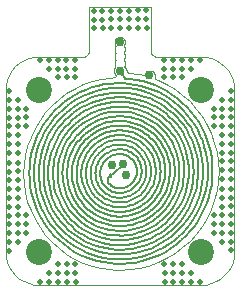
<source format=gbr>
G04 EAGLE Gerber RS-274X export*
G75*
%MOMM*%
%FSLAX34Y34*%
%LPD*%
%INCopper Layer 3*%
%IPPOS*%
%AMOC8*
5,1,8,0,0,1.08239X$1,22.5*%
G01*
%ADD10C,2.199994*%
%ADD11C,0.500000*%
%ADD12C,0.000000*%
%ADD13C,0.200000*%
%ADD14C,0.152400*%
%ADD15C,0.756400*%


D10*
X137128Y137128D03*
X137128Y0D03*
X0Y0D03*
X0Y137128D03*
D11*
X53858Y189187D03*
X46406Y189128D03*
X61310Y189247D03*
X61191Y204151D03*
X61251Y196699D03*
X46287Y204032D03*
X46346Y196580D03*
X53798Y196639D03*
X53739Y204092D03*
X68762Y189307D03*
X68702Y196759D03*
X76155Y196818D03*
X76214Y189366D03*
X76095Y204270D03*
X68643Y204211D03*
X83666Y189426D03*
X83607Y196878D03*
X91059Y196938D03*
X91118Y189486D03*
X90999Y204390D03*
X83547Y204330D03*
X113622Y162586D03*
X106172Y162586D03*
X106234Y155194D03*
X106295Y147801D03*
X113745Y147801D03*
X121195Y147801D03*
X113684Y155194D03*
X121072Y162586D03*
X121134Y155194D03*
X128584Y155194D03*
X128522Y162586D03*
X135972Y162586D03*
X15932Y147801D03*
X908Y162586D03*
X8420Y155194D03*
X23381Y147801D03*
X30832Y147801D03*
X23320Y155194D03*
X15870Y155194D03*
X15808Y162586D03*
X8358Y162586D03*
X23258Y162586D03*
X30708Y162586D03*
X30770Y155194D03*
X-10672Y15932D03*
X-25457Y908D03*
X-18065Y8420D03*
X-10672Y23381D03*
X-10672Y30832D03*
X-18065Y23320D03*
X-18065Y15870D03*
X-25457Y15808D03*
X-25457Y8358D03*
X-25457Y23258D03*
X-25457Y30708D03*
X-18065Y30770D03*
X-18065Y38220D03*
X-25457Y38158D03*
X-25457Y45608D03*
X-18065Y45670D03*
X-18065Y53120D03*
X-25457Y53058D03*
X-25457Y60508D03*
X-18065Y60570D03*
X-18065Y68020D03*
X-25457Y67958D03*
X-25457Y75408D03*
X-18065Y75470D03*
X-25457Y135972D03*
X-25457Y128522D03*
X-18065Y128584D03*
X-18065Y121134D03*
X-25457Y121072D03*
X-18065Y113684D03*
X-10672Y121195D03*
X-10672Y113745D03*
X-10672Y106295D03*
X-18065Y106234D03*
X-25457Y106172D03*
X-25457Y98722D03*
X-18065Y98784D03*
X-18065Y91334D03*
X-25457Y91272D03*
X-25457Y83822D03*
X-18065Y83884D03*
X-25457Y113622D03*
X147801Y121195D03*
X162586Y136219D03*
X155194Y128707D03*
X147801Y113745D03*
X147801Y106295D03*
X155194Y113807D03*
X155194Y121257D03*
X162586Y121319D03*
X162586Y128769D03*
X162586Y113869D03*
X162586Y106419D03*
X155194Y106357D03*
X155194Y98907D03*
X162586Y98969D03*
X162586Y91519D03*
X155194Y91457D03*
X155194Y84007D03*
X162586Y84069D03*
X162586Y76619D03*
X155194Y76557D03*
X155194Y69107D03*
X162586Y69169D03*
X162586Y61719D03*
X155194Y61657D03*
X162586Y1155D03*
X162586Y8605D03*
X155194Y8543D03*
X155194Y15993D03*
X162586Y16055D03*
X155194Y23443D03*
X147801Y15932D03*
X147801Y23381D03*
X147801Y30832D03*
X155194Y30893D03*
X162586Y30955D03*
X162586Y38405D03*
X155194Y38343D03*
X155194Y45793D03*
X162586Y45855D03*
X162586Y53305D03*
X155194Y53243D03*
X162586Y23505D03*
X23505Y-25457D03*
X30955Y-25457D03*
X30893Y-18065D03*
X30832Y-10672D03*
X23381Y-10672D03*
X15932Y-10672D03*
X23443Y-18065D03*
X16055Y-25457D03*
X15993Y-18065D03*
X8543Y-18065D03*
X8605Y-25457D03*
X1155Y-25457D03*
X106357Y-18065D03*
X106419Y-25457D03*
X113869Y-25457D03*
X128769Y-25457D03*
X121319Y-25457D03*
X121257Y-18065D03*
X113807Y-18065D03*
X106295Y-10672D03*
X113745Y-10672D03*
X128707Y-18065D03*
X136219Y-25457D03*
X121195Y-10672D03*
D12*
X95258Y167785D02*
X94944Y169365D01*
X95258Y167785D02*
X96153Y166445D01*
X97493Y165550D01*
X99073Y165236D01*
X137128Y165236D01*
X137269Y165264D01*
X141531Y164928D01*
X145826Y163897D01*
X149906Y162207D01*
X153672Y159899D01*
X157031Y157031D01*
X159899Y153672D01*
X162207Y149906D01*
X163897Y145826D01*
X164928Y141531D01*
X165264Y137269D01*
X165236Y137128D01*
X165236Y0D01*
X165264Y-140D01*
X164928Y-4402D01*
X163897Y-8697D01*
X162207Y-12778D01*
X159899Y-16543D01*
X157031Y-19902D01*
X153672Y-22770D01*
X149906Y-25078D01*
X145826Y-26768D01*
X141531Y-27800D01*
X137269Y-28135D01*
X137128Y-28107D01*
X0Y-28107D01*
X-140Y-28135D01*
X-4402Y-27800D01*
X-8697Y-26768D01*
X-12778Y-25078D01*
X-16543Y-22770D01*
X-19902Y-19902D01*
X-22770Y-16543D01*
X-25078Y-12778D01*
X-26768Y-8697D01*
X-27800Y-4402D01*
X-28135Y-140D01*
X-28107Y0D01*
X-28107Y137128D01*
X-28135Y137269D01*
X-27800Y141531D01*
X-26768Y145826D01*
X-25078Y149906D01*
X-22770Y153672D01*
X-19902Y157031D01*
X-16543Y159899D01*
X-12778Y162207D01*
X-8697Y163897D01*
X-4402Y164928D01*
X-140Y165264D01*
X0Y165236D01*
X38054Y165236D01*
X39634Y165550D01*
X40974Y166445D01*
X41869Y167785D01*
X42183Y169365D01*
X42183Y207250D01*
X94944Y207250D01*
X94944Y169365D01*
X69459Y181935D02*
X67668Y181935D01*
X66014Y181250D01*
X64748Y179984D01*
X64063Y178330D01*
X64063Y176540D01*
X64748Y174886D01*
X65200Y174435D01*
X64748Y173984D01*
X64063Y172331D01*
X64063Y170540D01*
X64748Y168886D01*
X65200Y168435D01*
X64748Y167984D01*
X64063Y166331D01*
X64063Y164540D01*
X64748Y162886D01*
X65200Y162435D01*
X64748Y161984D01*
X64063Y160330D01*
X64063Y158540D01*
X64748Y156886D01*
X151631Y76469D02*
X152034Y68275D01*
X148434Y92543D02*
X145670Y100268D01*
X142162Y107684D01*
X137945Y114721D01*
X133058Y121311D01*
X114879Y137786D02*
X107842Y142004D01*
X100426Y145512D01*
X94856Y153501D02*
X93066Y153501D01*
X88676Y149284D02*
X84743Y150269D01*
X76627Y151473D01*
X75692Y151519D01*
X72921Y156081D01*
X72276Y156784D01*
X72378Y156886D01*
X73063Y158540D01*
X73063Y160330D01*
X72378Y161984D01*
X71927Y162435D01*
X72378Y162886D01*
X73063Y164540D01*
X73063Y166331D01*
X72378Y167984D01*
X71927Y168435D01*
X72378Y168886D01*
X73063Y170540D01*
X73063Y172331D01*
X72378Y173984D01*
X71927Y174435D01*
X72378Y174886D01*
X73063Y176540D01*
X73063Y178330D01*
X72378Y179984D01*
X71112Y181250D01*
X69459Y181935D01*
X70943Y152613D02*
X70919Y152408D01*
X70913Y152201D01*
X70925Y151993D01*
X70956Y151783D02*
X71005Y151572D01*
X71073Y151359D01*
X71159Y151145D01*
X71263Y150930D01*
X71386Y150714D02*
X69676Y149676D01*
X69541Y149885D01*
X69398Y150076D01*
X69248Y150251D01*
X69091Y150409D01*
X68926Y150550D01*
X68754Y150674D01*
X68575Y150781D01*
X68389Y150871D01*
X68195Y150945D01*
X67994Y151001D01*
X70986Y152818D01*
X70943Y152613D01*
X61188Y63464D02*
X61356Y63374D01*
X61188Y63464D02*
X60890Y63601D01*
X60761Y63649D01*
X60644Y63683D01*
X60541Y63703D01*
X60452Y63709D01*
X60373Y63702D01*
X60309Y63680D01*
X60258Y63645D01*
X59663Y65709D01*
X59717Y65750D01*
X59774Y65803D01*
X59834Y65868D01*
X59896Y65946D01*
X60029Y66140D01*
X60099Y66256D01*
X60325Y66677D01*
X61356Y63374D01*
D13*
X62260Y65553D02*
X62563Y65563D01*
D14*
X72000Y74000D01*
D13*
X62260Y65553D02*
X61958Y65521D01*
X61659Y65468D01*
X61364Y65395D01*
X61075Y65301D01*
X58956Y63645D02*
X58795Y63388D01*
X58653Y63120D01*
X58529Y62842D01*
X58425Y62557D01*
X58342Y62265D01*
X58279Y61968D01*
X58236Y61667D01*
X58215Y61364D01*
X58212Y61212D01*
X65938Y5825D02*
X70301Y5803D01*
X74654Y6086D01*
X78977Y6671D01*
X83249Y7557D01*
X87448Y8738D01*
X91555Y10210D01*
X95549Y11964D01*
X99411Y13993D01*
X103122Y16286D01*
X106664Y18832D01*
X110020Y21619D01*
X113173Y24634D01*
X116108Y27861D01*
X118812Y31285D02*
X121269Y34890D01*
X128425Y50746D02*
X129501Y54974D01*
X130280Y59266D01*
X130758Y63602D01*
X130932Y67961D01*
X130802Y72322D01*
X130368Y76663D01*
X129632Y80963D01*
X128598Y85200D01*
X127271Y89356D01*
X125657Y93409D01*
X70181Y9802D02*
X66098Y9822D01*
X70181Y9802D02*
X74256Y10066D01*
X78302Y10614D01*
X82301Y11443D02*
X86231Y12549D01*
X90075Y13926D02*
X93814Y15568D01*
X97429Y17467D01*
X100902Y19613D01*
X104217Y21997D01*
X107359Y24606D01*
X110310Y27427D01*
X113057Y30448D01*
X115587Y33653D02*
X117888Y37027D01*
X119947Y40553D01*
X121755Y44214D01*
X123304Y47992D01*
X124585Y51869D01*
X125593Y55826D01*
X126322Y59843D01*
X126769Y63902D01*
X126932Y67982D01*
X126810Y72063D01*
X126404Y76126D01*
X125715Y80151D01*
X124747Y84118D01*
X76246Y-9833D02*
X70778Y-10188D01*
X76246Y-9833D02*
X81676Y-9098D01*
X87041Y-7986D01*
X92315Y-6502D01*
X97474Y-4654D01*
X102490Y-2450D01*
X107341Y96D01*
X112002Y2976D01*
X116451Y6175D01*
X120666Y9675D01*
X124626Y13462D01*
X128313Y17515D01*
X131708Y21816D01*
X134795Y26343D01*
X137558Y31074D01*
X139985Y35986D01*
X142063Y41056D01*
X143782Y46259D01*
X145135Y51569D01*
X146113Y56960D01*
X146713Y62406D01*
X146932Y67881D01*
X146768Y73357D01*
X146223Y78809D01*
X145299Y84210D01*
X144000Y89533D01*
X142333Y94753D01*
X140306Y99843D01*
X137929Y104780D01*
X135213Y109539D01*
X132172Y114096D01*
X128820Y118431D01*
X125175Y122521D01*
X121252Y126347D01*
X117073Y129890D01*
X112656Y133133D01*
X108024Y136060D01*
X103200Y138656D01*
X98205Y140910D01*
X93066Y142810D01*
X87807Y144347D01*
X82453Y145513D01*
X77031Y146303D01*
X72608Y146664D01*
X70659Y-6190D02*
X65459Y-6164D01*
X75848Y-5854D02*
X81002Y-5156D01*
X86093Y-4100D01*
X91099Y-2692D01*
X95994Y-938D01*
X100755Y1152D01*
X105359Y3570D01*
X109783Y6303D01*
X114005Y9339D01*
X118005Y12661D01*
X121764Y16254D01*
X125263Y20101D01*
X128485Y24183D01*
X140150Y88450D02*
X138568Y93404D01*
X136644Y98235D01*
X134388Y102920D01*
X131811Y107437D01*
X128925Y111762D01*
X89882Y1117D02*
X85145Y-214D01*
X89882Y1117D02*
X94515Y2777D01*
X99020Y4755D01*
X103377Y7044D01*
X118901Y19047D02*
X122212Y22688D01*
X125261Y26550D01*
X128033Y30615D01*
X130515Y34865D01*
X132694Y39277D01*
X134561Y43830D01*
X136105Y48502D01*
X137319Y53271D01*
X138198Y58112D01*
X138737Y63004D01*
X138934Y67921D01*
X138787Y72839D01*
X138297Y77736D01*
X137467Y82586D01*
X136300Y87367D01*
X134803Y92054D01*
X132983Y96626D01*
X130848Y101059D01*
X128409Y105333D01*
X125678Y109427D01*
X122668Y113320D01*
X119394Y116993D01*
X115871Y120429D01*
X112118Y123611D01*
X108151Y126524D01*
X103991Y129152D01*
X99658Y131484D01*
X95173Y133508D01*
X90557Y135215D01*
X85834Y136595D01*
X81026Y137642D01*
X76156Y138352D01*
X71249Y138719D01*
X71248Y138719D01*
X70420Y1805D02*
X65778Y1828D01*
X75052Y2105D02*
X79652Y2728D01*
X84196Y3671D01*
X88665Y4928D01*
X93034Y6493D01*
X97284Y8360D01*
X101393Y10518D01*
X105342Y12958D01*
X109111Y15667D01*
X112682Y18633D01*
X116037Y21841D01*
X119160Y25274D01*
X122036Y28918D01*
X124651Y32753D01*
X126992Y36761D01*
X129048Y40922D01*
X130808Y45217D01*
X132264Y49624D01*
X133410Y54122D01*
X134239Y58689D01*
X134747Y63303D01*
X134932Y67941D01*
X134794Y72581D01*
X134332Y77199D01*
X133549Y81774D01*
X132449Y86284D01*
X131037Y90705D01*
X129320Y95018D01*
X127306Y99199D02*
X125005Y103231D01*
X122429Y107092D01*
X119590Y110764D01*
X116501Y114229D01*
X113179Y117470D01*
X109638Y120471D01*
X105896Y123219D01*
X101973Y125698D01*
X97885Y127898D01*
X93654Y129807D01*
X89301Y131417D01*
X84845Y132718D01*
X80310Y133706D01*
X75717Y134375D01*
X71088Y134722D01*
X70061Y13800D02*
X66257Y13819D01*
X70061Y13800D02*
X73858Y14046D01*
X77627Y14557D01*
X81352Y15329D01*
X85014Y16359D01*
X88595Y17642D01*
X92078Y19172D01*
X95446Y20941D01*
X98682Y22941D01*
X101771Y25161D01*
X104697Y27592D01*
X107447Y30220D01*
X110006Y33034D01*
X112364Y36021D01*
X114507Y39164D01*
X116425Y42448D01*
X118110Y45859D01*
X119553Y49379D01*
X120746Y52991D01*
X121685Y56677D01*
X122365Y60420D01*
X122781Y64201D01*
X122933Y68002D01*
X122819Y71805D01*
X122441Y75590D01*
X121799Y79339D01*
X120897Y83035D01*
X119740Y86659D02*
X118333Y90193D01*
X116683Y93620D02*
X114797Y96924D01*
X112686Y100089D01*
X110359Y103098D01*
X107828Y105938D01*
X105104Y108594D01*
X102203Y111054D01*
X99136Y113305D01*
X95921Y115338D01*
X92571Y117140D01*
X89103Y118705D01*
X85536Y120024D01*
X81884Y121091D01*
X78167Y121900D01*
X74403Y122449D01*
X70609Y122731D01*
X69942Y17798D02*
X66417Y17815D01*
X69942Y17798D02*
X73460Y18026D01*
X76953Y18499D01*
X93463Y24414D02*
X96462Y26267D01*
X99324Y28325D01*
X106955Y35620D02*
X109139Y38387D01*
X111125Y41299D01*
X112903Y44343D01*
X114464Y47504D01*
X115801Y50765D01*
X116907Y54112D01*
X117777Y57528D01*
X118406Y60996D01*
X118792Y64499D01*
X118933Y68022D01*
X118828Y71545D01*
X118477Y75052D01*
X117882Y78527D01*
X113141Y91760D02*
X111394Y94821D01*
X109438Y97753D01*
X107281Y100542D01*
X104936Y103173D01*
X102413Y105634D01*
X99724Y107913D01*
X96883Y110000D01*
X93903Y111882D01*
X90799Y113553D01*
X87586Y115003D01*
X84280Y116225D01*
X80896Y117214D01*
X77452Y117964D01*
X73964Y118472D01*
X70450Y118735D01*
X69823Y21796D02*
X66577Y21812D01*
X69823Y21796D02*
X73062Y22006D01*
X76278Y22442D01*
X79456Y23101D01*
X103904Y38207D02*
X105915Y40755D01*
X107744Y43437D01*
X109381Y46239D01*
X110818Y49149D01*
X112049Y52152D01*
X113067Y55234D01*
X113868Y58379D01*
X114448Y61573D01*
X114803Y64799D01*
X114933Y68042D01*
X114836Y71286D01*
X114513Y74516D01*
X113965Y77715D01*
X107991Y92718D02*
X106189Y95418D01*
X104204Y97986D01*
X102044Y100409D01*
X99721Y102675D01*
X97245Y104774D01*
X94629Y106695D01*
X91885Y108429D01*
X89027Y109967D01*
X86069Y111302D01*
X83024Y112427D01*
X79909Y113337D01*
X76738Y114028D01*
X73526Y114496D01*
X70290Y114738D01*
X69703Y25794D02*
X66736Y25809D01*
X69703Y25794D02*
X72663Y25986D01*
X75603Y26385D01*
X78507Y26987D01*
X102690Y43122D02*
X104361Y45573D01*
X105858Y48134D01*
X107171Y50794D01*
X108296Y53539D01*
X109227Y56355D01*
X109960Y59230D01*
X110489Y62149D01*
X110814Y65097D01*
X110933Y68061D01*
X110844Y71027D01*
X110549Y73978D01*
X110049Y76902D01*
X109345Y79784D01*
X108443Y82610D01*
X92376Y103389D02*
X89868Y104974D01*
X87256Y106380D01*
X84552Y107600D01*
X81770Y108628D01*
X78922Y109461D01*
X76024Y110092D01*
X73089Y110519D01*
X70130Y110741D01*
X69584Y29793D02*
X66896Y29806D01*
X69584Y29793D02*
X72265Y29967D01*
X74928Y30327D01*
X77559Y30873D01*
X99466Y45490D02*
X100980Y47710D01*
X102335Y50030D01*
X103525Y52440D01*
X104545Y54926D01*
X105388Y57477D01*
X106051Y60082D01*
X106825Y65397D02*
X106932Y68082D01*
X106852Y70768D01*
X106585Y73442D01*
X106132Y76091D01*
X105495Y78701D01*
X104677Y81261D01*
X103683Y83758D01*
X102517Y86179D01*
X101185Y88513D02*
X99694Y90748D01*
X98050Y92874D01*
X96262Y94880D01*
X94338Y96756D01*
X92288Y98494D01*
X90122Y100084D01*
X87850Y101520D01*
X85484Y102793D01*
X69464Y33791D02*
X67056Y33803D01*
X69464Y33791D02*
X71867Y33947D01*
X96242Y47857D02*
X97598Y49847D01*
X99879Y54085D02*
X100793Y56313D01*
X101548Y58600D01*
X102143Y60933D01*
X102573Y63303D01*
X102836Y65696D01*
X102932Y68102D01*
X102860Y70509D01*
X102621Y72905D01*
X102214Y75279D01*
X101644Y77618D01*
X100911Y79912D01*
X100020Y82149D01*
X98975Y84319D01*
X97782Y86410D02*
X96445Y88413D01*
X94972Y90318D02*
X93370Y92116D01*
X91647Y93797D01*
X89810Y95354D01*
X87869Y96780D01*
X85833Y98066D01*
X83712Y99207D01*
X76948Y101708D02*
X74594Y102220D01*
X72212Y102567D01*
X71470Y37927D02*
X69345Y37789D01*
X71470Y37927D02*
X73579Y38212D01*
X75664Y38644D01*
X77713Y39221D01*
X79717Y39939D01*
X81667Y40795D01*
X83551Y41785D01*
X85362Y42904D01*
X87091Y44146D01*
X88729Y45507D01*
X90268Y46978D01*
X91700Y48553D01*
X93019Y50224D01*
X94218Y51983D01*
X95292Y53821D01*
X93200Y86079D02*
X91897Y87763D01*
X90481Y89352D01*
X88957Y90839D01*
X87333Y92215D01*
X85617Y93475D01*
X69225Y41787D02*
X67375Y41796D01*
X69225Y41787D02*
X71071Y41907D01*
X72904Y42155D01*
X74715Y42531D01*
X76495Y43031D01*
X78237Y43655D01*
X79930Y44399D01*
X81568Y45259D01*
X83141Y46232D01*
X84643Y47311D01*
X86066Y48493D01*
X87403Y49771D01*
X88648Y51140D01*
X89794Y52591D01*
X90836Y54120D01*
X91769Y55717D02*
X92588Y57375D01*
X93289Y59087D01*
X93870Y60843D01*
X94694Y71831D02*
X94382Y73655D01*
X93943Y75452D01*
X90977Y82205D02*
X89951Y83744D01*
X88819Y85207D01*
X87588Y86588D01*
X86264Y87879D01*
X84853Y89076D02*
X83362Y90170D01*
X81799Y91158D01*
X80170Y92035D01*
X78484Y92796D01*
X76749Y93437D01*
X74973Y93956D01*
X73166Y94349D01*
X71336Y94616D01*
X69491Y94754D01*
X69106Y45786D02*
X67535Y45793D01*
X69106Y45786D02*
X70673Y45887D01*
X72229Y46098D01*
X73767Y46417D01*
X75279Y46842D01*
X76757Y47372D01*
X78195Y48003D01*
X79586Y48734D01*
X80921Y49559D01*
X82197Y50476D02*
X83405Y51479D01*
X84540Y52565D01*
X85596Y53726D01*
X86570Y54959D01*
X87454Y56257D01*
X88246Y57613D01*
X88942Y59021D01*
X89538Y60474D01*
X90030Y61965D01*
X90418Y63487D01*
X90698Y65032D01*
X90870Y66593D01*
X90933Y68162D01*
X90886Y69732D01*
X90730Y71295D01*
X90465Y72843D01*
X90093Y74369D01*
X89615Y75865D01*
X89034Y77324D01*
X88352Y78739D01*
X86702Y81409D02*
X85742Y82651D01*
X84697Y83824D01*
X83572Y84920D01*
X78398Y88448D02*
X76967Y89094D01*
X75493Y89639D01*
X73986Y90079D01*
X72451Y90414D01*
X70898Y90640D01*
X70275Y49867D02*
X68987Y49784D01*
X70275Y49867D02*
X71555Y50041D01*
X72819Y50303D01*
X74062Y50652D01*
X75278Y51088D01*
X76460Y51607D01*
X77603Y52208D01*
X78702Y52886D01*
X79750Y53640D01*
X80744Y54465D01*
X81677Y55357D01*
X82546Y56313D01*
X83346Y57326D01*
X84073Y58393D01*
X84725Y59508D01*
X85297Y60666D01*
X85786Y61860D01*
X86192Y63086D01*
X86510Y64338D01*
X86741Y65608D01*
X86882Y66892D01*
X86934Y68182D01*
X86895Y69473D01*
X86767Y70758D01*
X86549Y72030D01*
X86243Y73285D01*
X85850Y74515D01*
X85372Y75714D01*
X84812Y76878D01*
X84172Y77999D01*
X83456Y79074D02*
X82666Y80095D01*
X81807Y81059D01*
X80882Y81961D01*
X79897Y82796D01*
X78857Y83560D01*
X77765Y84250D01*
X76628Y84862D01*
X75451Y85393D01*
X74240Y85841D01*
X73000Y86203D01*
X71739Y86478D01*
X70461Y86664D01*
X69173Y86760D01*
X69172Y86760D01*
X68867Y53781D02*
X67854Y53786D01*
X68867Y53781D02*
X69876Y53847D01*
X70879Y53983D01*
X71870Y54188D01*
X72844Y54462D01*
X73797Y54803D01*
X74724Y55210D01*
X75620Y55681D01*
X76481Y56213D01*
X77303Y56804D01*
X78081Y57450D01*
X78813Y58150D01*
X79494Y58898D01*
X80121Y59693D01*
X80691Y60529D01*
X81201Y61403D01*
X81650Y62310D01*
X82033Y63247D01*
X82351Y64208D01*
X82601Y65188D01*
X82781Y66184D01*
X82892Y67190D01*
X82933Y68201D01*
X82903Y69213D01*
X82802Y70220D01*
X82631Y71218D01*
X82391Y72201D01*
X82083Y73165D01*
X81709Y74105D01*
X81270Y75017D01*
X80768Y75896D02*
X80207Y76738D01*
X79588Y77538D01*
X78914Y78294D01*
X78190Y79001D01*
X77418Y79655D01*
X76602Y80254D01*
X75746Y80795D01*
X74855Y81274D01*
X73933Y81691D01*
X72983Y82042D01*
X72012Y82325D01*
X71023Y82541D01*
X70022Y82687D01*
X69012Y82762D01*
X69012Y82763D01*
X68867Y53781D02*
X67854Y53786D01*
X68867Y53781D02*
X69876Y53847D01*
X70879Y53983D01*
X71870Y54188D01*
X72844Y54462D01*
X73797Y54803D01*
X74724Y55210D01*
X75620Y55681D01*
X76481Y56213D01*
X77303Y56804D01*
X78081Y57450D01*
X78813Y58150D01*
X79494Y58898D01*
X80121Y59693D01*
X82033Y63247D02*
X82351Y64208D01*
X82601Y65188D01*
X82781Y66184D01*
X82892Y67190D01*
X82933Y68201D01*
X82903Y69213D01*
X82802Y70220D01*
X82631Y71218D01*
X82391Y72201D01*
X82083Y73165D01*
X81709Y74105D01*
X81270Y75017D01*
X80768Y75896D02*
X80207Y76738D01*
X79588Y77538D01*
X78914Y78294D01*
X78190Y79001D01*
X77418Y79655D01*
X76602Y80254D01*
X75746Y80795D01*
X74855Y81274D01*
X73933Y81691D01*
X72983Y82042D02*
X72012Y82325D01*
X71023Y82541D01*
X70022Y82687D01*
X69012Y82762D01*
X69012Y82763D01*
X68867Y53781D02*
X67854Y53786D01*
X68867Y53781D02*
X69876Y53847D01*
X70879Y53983D01*
X71870Y54188D01*
X72844Y54462D01*
X73797Y54803D01*
X74724Y55210D01*
X75620Y55681D01*
X76481Y56213D01*
X77303Y56804D01*
X78081Y57450D01*
X78813Y58150D01*
X79494Y58898D01*
X80121Y59693D01*
X80691Y60529D01*
X81201Y61403D01*
X81650Y62310D01*
X82601Y65188D02*
X82781Y66184D01*
X82892Y67190D01*
X82933Y68201D01*
X82903Y69213D01*
X82802Y70220D01*
X82631Y71218D01*
X82391Y72201D01*
X82083Y73165D01*
X81709Y74105D01*
X81270Y75017D02*
X80768Y75896D01*
X80207Y76738D01*
X79588Y77538D01*
X78914Y78294D01*
X78190Y79001D01*
X77418Y79655D01*
X76602Y80254D01*
X75746Y80795D01*
X74855Y81274D01*
X73933Y81691D01*
X72983Y82042D01*
X72012Y82325D01*
X71023Y82541D01*
X70022Y82687D01*
X69012Y82762D01*
X69012Y82763D01*
X67861Y82769D01*
X66711Y82695D01*
X65570Y82540D01*
X64442Y82306D01*
X63334Y81995D01*
X62250Y81606D01*
X61195Y81143D01*
X60175Y80607D01*
X59196Y80002D01*
X58260Y79330D01*
X57375Y78594D01*
X56542Y77798D01*
X55767Y76946D01*
X55053Y76042D01*
X54405Y75091D02*
X53824Y74096D01*
X53314Y73064D01*
X52877Y71998D01*
X52516Y70904D01*
X52026Y68655D02*
X51899Y67510D01*
X51853Y66360D01*
X51888Y65208D01*
X52002Y64062D01*
X52197Y62927D01*
X52470Y61808D01*
X52820Y60711D01*
X53246Y59641D02*
X53746Y58604D01*
X54317Y57603D01*
X54956Y56645D01*
X55660Y55734D02*
X56427Y54874D01*
X57251Y54070D01*
X59058Y52644D02*
X60031Y52029D01*
X61046Y51483D01*
X62095Y51009D01*
X63175Y50610D01*
X64281Y50287D01*
X65406Y50042D01*
X66546Y49875D01*
X67694Y49789D01*
X67695Y49790D01*
X67742Y86767D02*
X69172Y86760D01*
X67742Y86767D02*
X66314Y86675D01*
X64896Y86483D01*
X63494Y86192D01*
X62117Y85805D01*
X60770Y85322D01*
X59460Y84747D01*
X58193Y84081D01*
X56976Y83329D01*
X55814Y82494D01*
X54713Y81579D01*
X53679Y80591D01*
X52716Y79532D01*
X51830Y78409D01*
X51024Y77227D01*
X50302Y75991D01*
X49668Y74708D01*
X49126Y73384D01*
X48677Y72026D01*
X48324Y70639D01*
X48068Y69231D01*
X47912Y67809D01*
X47854Y66379D01*
X47897Y64949D01*
X48040Y63525D01*
X48281Y62114D02*
X48620Y60725D01*
X49056Y59361D01*
X49585Y58032D02*
X50206Y56743D01*
X50915Y55500D01*
X51709Y54310D02*
X52584Y53178D01*
X53537Y52110D01*
X54561Y51110D01*
X58015Y48574D02*
X59275Y47896D01*
X60580Y47308D01*
X61922Y46811D01*
X63295Y46410D01*
X64694Y46106D01*
X66109Y45899D01*
X67535Y45793D01*
X67622Y90766D02*
X69332Y90757D01*
X67622Y90766D02*
X65916Y90655D01*
X64221Y90426D01*
X62546Y90079D01*
X60900Y89616D01*
X59290Y89039D01*
X57725Y88351D01*
X56211Y87556D01*
X54756Y86657D01*
X53367Y85658D01*
X52052Y84566D01*
X50816Y83384D01*
X49665Y82119D01*
X48606Y80777D01*
X47642Y79364D01*
X46780Y77887D01*
X46022Y76354D01*
X45374Y74772D01*
X44837Y73148D01*
X44415Y71491D01*
X44110Y69808D01*
X43922Y68108D01*
X43854Y66399D01*
X44075Y62988D02*
X44364Y61303D01*
X44769Y59641D01*
X45290Y58012D01*
X45922Y56424D01*
X46664Y54883D02*
X47512Y53398D01*
X48461Y51975D01*
X49507Y50622D01*
X50645Y49346D01*
X55998Y45120D02*
X57504Y44310D01*
X59062Y43606D01*
X60666Y43013D01*
X62308Y42534D01*
X63979Y42170D01*
X65671Y41923D01*
X67375Y41796D01*
X67502Y94764D02*
X69491Y94754D01*
X67502Y94764D02*
X65517Y94636D01*
X63546Y94369D01*
X61598Y93965D01*
X46614Y84706D02*
X45381Y83145D01*
X44261Y81501D01*
X43257Y79784D01*
X42376Y78000D01*
X41622Y76160D01*
X40998Y74271D01*
X40507Y72343D01*
X40151Y70386D01*
X39933Y68409D01*
X39854Y66421D01*
X39913Y64432D01*
X40111Y62453D01*
X40447Y60492D01*
X40918Y58560D01*
X41524Y56665D01*
X42260Y54817D01*
X43123Y53024D01*
X44109Y51297D02*
X45213Y49642D01*
X46429Y48068D01*
X47753Y46583D01*
X49177Y45194D01*
X50694Y43908D01*
X52298Y42731D01*
X53979Y41668D01*
X55731Y40725D01*
X57544Y39907D01*
X59410Y39217D01*
X61319Y38659D01*
X63263Y38236D01*
X65232Y37949D01*
X67215Y37800D01*
X67216Y37799D01*
X67383Y98763D02*
X69651Y98751D01*
X67383Y98763D02*
X65119Y98616D01*
X60650Y97851D02*
X58466Y97237D01*
X56331Y96472D01*
X54254Y95560D01*
X52246Y94505D01*
X50316Y93312D01*
X48474Y91988D01*
X46729Y90539D01*
X45089Y88971D01*
X43563Y87293D01*
X42157Y85513D01*
X40879Y83638D01*
X39735Y81680D01*
X38730Y79646D01*
X37870Y77547D01*
X37158Y75393D01*
X36598Y73195D01*
X36193Y70963D01*
X35945Y68708D01*
X35854Y66441D01*
X35922Y64174D01*
X36147Y61917D01*
X36530Y59681D01*
X37068Y57477D01*
X37758Y55316D01*
X38597Y53208D01*
X39581Y51164D01*
X40705Y49194D02*
X41964Y47307D01*
X43352Y45513D01*
X44861Y43819D01*
X46485Y42235D01*
X48216Y40768D01*
X50044Y39426D01*
X51962Y38214D01*
X53959Y37139D01*
X56027Y36206D01*
X58155Y35419D01*
X60332Y34783D01*
X62549Y34300D01*
X64793Y33973D01*
X67056Y33803D01*
X67264Y102760D02*
X69811Y102747D01*
X67264Y102760D02*
X64721Y102595D01*
X62197Y102253D01*
X59702Y101736D01*
X57250Y101046D01*
X54851Y100187D01*
X52519Y99162D01*
X50263Y97978D01*
X48096Y96638D01*
X46027Y95151D01*
X44067Y93524D01*
X42226Y91763D01*
X40512Y89878D01*
X38933Y87879D01*
X37498Y85774D01*
X36213Y83574D01*
X35085Y81290D01*
X34119Y78932D01*
X33319Y76513D01*
X32691Y74044D01*
X32235Y71538D01*
X31957Y69005D01*
X31855Y66460D01*
X31931Y63913D01*
X32184Y61378D01*
X32614Y58867D01*
X33218Y56392D01*
X33993Y53965D01*
X34936Y51598D01*
X40276Y42955D02*
X41971Y41054D01*
X43795Y39275D01*
X45739Y37627D01*
X47792Y36119D01*
X49946Y34758D01*
X52189Y33551D01*
X54511Y32503D01*
X56901Y31620D01*
X59346Y30905D01*
X61836Y30363D01*
X64357Y29996D01*
X66896Y29806D01*
X67144Y106758D02*
X69970Y106744D01*
X67144Y106758D02*
X64322Y106576D01*
X61521Y106196D01*
X58753Y105622D01*
X56032Y104857D01*
X53371Y103904D01*
X50782Y102767D01*
X48280Y101452D01*
X45875Y99966D01*
X43580Y98316D01*
X41405Y96510D01*
X39362Y94556D01*
X37460Y92465D01*
X35708Y90246D01*
X34116Y87911D01*
X32690Y85470D01*
X31438Y82935D01*
X30366Y80320D01*
X29479Y77635D01*
X28781Y74896D01*
X28276Y72115D01*
X27966Y69305D01*
X27854Y66480D01*
X27938Y63654D01*
X28219Y60842D01*
X28696Y58055D01*
X29366Y55309D01*
X30226Y52616D01*
X31272Y49990D01*
X32499Y47443D02*
X33900Y44987D01*
X35469Y42636D01*
X37198Y40400D01*
X39079Y38289D01*
X41102Y36315D01*
X43259Y34488D01*
X45537Y32815D01*
X47927Y31304D01*
X50416Y29965D01*
X52993Y28802D01*
X55645Y27822D01*
X58358Y27029D01*
X61120Y26427D01*
X63917Y26020D01*
X66736Y25809D01*
X67024Y110757D02*
X70130Y110741D01*
X67024Y110757D02*
X63925Y110556D01*
X60847Y110139D01*
X57805Y109509D01*
X54815Y108668D01*
X51891Y107620D01*
X49047Y106371D01*
X46298Y104926D01*
X43655Y103294D01*
X41133Y101481D01*
X38744Y99496D01*
X36499Y97350D01*
X34409Y95052D01*
X32484Y92614D01*
X30734Y90048D01*
X29168Y87366D01*
X27792Y84581D01*
X26614Y81707D01*
X25639Y78758D01*
X24872Y75748D01*
X24318Y72692D01*
X23977Y69604D01*
X23853Y66501D01*
X23946Y63396D01*
X24255Y60305D01*
X24779Y57243D01*
X25516Y54226D01*
X26460Y51267D01*
X27610Y48381D01*
X28957Y45583D02*
X30497Y42885D01*
X32220Y40301D01*
X34120Y37844D01*
X36187Y35525D01*
X38411Y33357D01*
X40780Y31348D01*
X43284Y29509D01*
X45909Y27850D01*
X48645Y26378D01*
X51476Y25101D01*
X54389Y24024D01*
X57370Y23153D01*
X60405Y22491D01*
X63479Y22044D01*
X66576Y21811D01*
X66577Y21812D01*
X66905Y114755D02*
X70290Y114738D01*
X66905Y114755D02*
X63527Y114536D01*
X60172Y114082D01*
X56858Y113395D01*
X53599Y112478D01*
X50412Y111336D01*
X47313Y109975D01*
X44316Y108401D01*
X41436Y106621D01*
X38687Y104645D01*
X36083Y102482D01*
X33636Y100143D01*
X31359Y97639D01*
X29261Y94982D01*
X27354Y92184D01*
X25647Y89261D01*
X24147Y86226D01*
X22864Y83094D01*
X21801Y79880D01*
X20966Y76599D01*
X20361Y73268D01*
X19991Y69903D01*
X19855Y66521D01*
X19957Y63137D01*
X20293Y59769D01*
X20865Y56432D01*
X21667Y53143D01*
X22697Y49919D01*
X23949Y46774D02*
X25418Y43724D01*
X27096Y40783D01*
X28975Y37967D01*
X31045Y35289D01*
X33298Y32762D01*
X35721Y30398D01*
X38303Y28210D01*
X41032Y26206D01*
X43894Y24398D01*
X46875Y22793D01*
X49961Y21401D01*
X53136Y20227D01*
X56385Y19278D01*
X59693Y18558D01*
X63043Y18070D01*
X66417Y17815D01*
X66786Y118754D02*
X70450Y118735D01*
X66786Y118754D02*
X63129Y118517D01*
X59498Y118025D01*
X55910Y117281D01*
X52382Y116289D01*
X48933Y115053D01*
X45578Y113579D01*
X42333Y111875D01*
X39216Y109949D01*
X36241Y107810D01*
X33422Y105468D01*
X30773Y102936D01*
X28307Y100225D01*
X26037Y97349D01*
X23973Y94322D01*
X22124Y91157D01*
X20501Y87872D01*
X19111Y84481D01*
X17962Y81002D01*
X17057Y77451D01*
X16403Y73845D01*
X16002Y70203D01*
X15855Y66541D01*
X15965Y62878D01*
X16329Y59232D01*
X16948Y55620D01*
X17816Y52060D01*
X18931Y48570D01*
X20287Y45165D02*
X21877Y41864D01*
X23693Y38681D01*
X25726Y35633D01*
X27968Y32734D01*
X30406Y29998D01*
X33029Y27439D01*
X35825Y25070D01*
X38778Y22901D01*
X41876Y20944D01*
X45103Y19207D01*
X48443Y17700D01*
X51880Y16429D01*
X55398Y15402D01*
X58978Y14622D01*
X62604Y14093D01*
X66257Y13819D01*
X66666Y122751D02*
X70609Y122731D01*
X66666Y122751D02*
X62730Y122496D01*
X58822Y121967D01*
X54961Y121166D01*
X51164Y120098D01*
X47452Y118768D01*
X43841Y117182D01*
X40350Y115349D01*
X36995Y113275D01*
X33793Y110974D01*
X30759Y108454D01*
X27909Y105729D01*
X25255Y102811D01*
X22811Y99716D01*
X20590Y96458D01*
X18601Y93052D01*
X16854Y89516D01*
X15359Y85868D01*
X14121Y82123D01*
X13148Y78301D01*
X12443Y74421D01*
X12011Y70501D01*
X11854Y66561D01*
X11972Y62619D01*
X12364Y58695D01*
X13029Y54808D01*
X13964Y50976D01*
X15164Y47220D01*
X16623Y43556D02*
X18334Y40003D01*
X20289Y36578D01*
X22477Y33297D01*
X24889Y30177D01*
X27514Y27233D01*
X30336Y24480D01*
X33345Y21929D01*
X36524Y19595D01*
X39857Y17489D01*
X43330Y15620D01*
X46925Y13998D01*
X50624Y12630D01*
X54409Y11524D01*
X58262Y10685D01*
X62165Y10116D01*
X66097Y9821D01*
X66098Y9822D01*
X66546Y126750D02*
X70769Y126728D01*
X66546Y126750D02*
X62333Y126476D01*
X58148Y125909D01*
X54013Y125052D01*
X49948Y123909D01*
X45972Y122484D01*
X42106Y120786D01*
X38368Y118822D01*
X34775Y116603D01*
X31347Y114138D01*
X28098Y111439D01*
X25046Y108521D01*
X22204Y105397D01*
X19588Y102083D01*
X17209Y98594D01*
X15079Y94947D01*
X13209Y91161D01*
X11607Y87254D01*
X10282Y83244D01*
X9240Y79152D01*
X8486Y74997D01*
X8023Y70800D01*
X7855Y66580D01*
X7981Y62359D01*
X8401Y58157D01*
X9114Y53995D01*
X10115Y49892D01*
X11400Y45870D02*
X12962Y41947D01*
X14794Y38142D01*
X16887Y34474D01*
X19231Y30961D01*
X21814Y27621D01*
X24624Y24468D01*
X27647Y21520D01*
X30868Y18789D01*
X34272Y16290D01*
X37841Y14034D01*
X41560Y12033D01*
X45409Y10296D01*
X49370Y8832D01*
X53424Y7647D01*
X57550Y6749D01*
X61728Y6140D01*
X65938Y5825D01*
X66427Y130748D02*
X70929Y130725D01*
X66427Y130748D02*
X61935Y130456D01*
X57473Y129852D01*
X53065Y128939D01*
X48731Y127719D01*
X44493Y126201D01*
X40371Y124390D01*
X36385Y122297D01*
X32555Y119930D01*
X28900Y117302D01*
X25437Y114426D01*
X22182Y111315D01*
X19153Y107984D01*
X16364Y104451D01*
X13828Y100731D01*
X11557Y96843D01*
X9563Y92807D01*
X7855Y88641D01*
X6443Y84367D01*
X5332Y80004D01*
X4528Y75574D01*
X4035Y71099D01*
X3855Y66601D01*
X3989Y62100D01*
X4437Y57621D01*
X5197Y53183D01*
X6264Y48809D01*
X7634Y44521D02*
X9299Y40338D01*
X11252Y36282D01*
X13484Y32372D01*
X15982Y28627D01*
X18736Y25065D01*
X21732Y21704D01*
X24955Y18561D01*
X28389Y15650D01*
X32018Y12985D01*
X35824Y10580D01*
X39788Y8447D01*
X43892Y6595D01*
X48114Y5034D01*
X52436Y3771D01*
X56835Y2813D01*
X61290Y2164D01*
X65778Y1828D01*
X66307Y134747D02*
X71088Y134722D01*
X66307Y134747D02*
X61536Y134437D01*
X56798Y133795D01*
X52116Y132825D01*
X47514Y131530D01*
X43013Y129917D01*
X38635Y127995D01*
X34403Y125771D01*
X30335Y123258D01*
X26453Y120467D01*
X19319Y114108D02*
X16102Y110572D01*
X13139Y106819D01*
X10446Y102868D01*
X8034Y98740D01*
X5917Y94453D01*
X4103Y90029D01*
X2603Y85490D01*
X1423Y80856D01*
X569Y76152D01*
X45Y71399D01*
X-144Y66622D01*
X38016Y4862D02*
X42374Y2896D01*
X65618Y-2166D02*
X65619Y-2167D01*
X61138Y138417D02*
X66188Y138745D01*
X61138Y138417D02*
X56124Y137738D01*
X51169Y136711D01*
X28115Y126586D02*
X24006Y123632D01*
X20114Y120399D01*
X16456Y116902D01*
X13051Y113159D01*
X9915Y109186D01*
X7064Y105006D01*
X4512Y100636D01*
X2271Y96099D01*
X-2636Y51561D02*
X-1436Y46645D01*
X102Y41824D01*
X1974Y37123D01*
X4169Y32564D01*
X6677Y28168D01*
X9486Y23959D01*
X12581Y19956D01*
X40856Y-804D02*
X45603Y-2559D01*
X60412Y-5785D02*
X65458Y-6163D01*
X50221Y140597D02*
X55449Y141681D01*
X50221Y140597D02*
X45080Y139151D01*
X40054Y137350D01*
X35165Y135203D01*
X30438Y132720D01*
X25895Y129913D01*
X21560Y126796D01*
X17452Y123385D01*
X13593Y119695D01*
X-1373Y97744D02*
X-3399Y92803D01*
X-5074Y87733D01*
X-6392Y82558D01*
X-7345Y77305D01*
X-7930Y71997D01*
X-8144Y66662D01*
X-7984Y61324D01*
X-7452Y56012D01*
X-6552Y50748D01*
X-5286Y45561D02*
X-3661Y40474D01*
X-1686Y35514D01*
X629Y30703D01*
X3276Y26065D01*
X6239Y21624D01*
X9506Y17399D01*
X13058Y13413D01*
X16881Y9685D01*
X20954Y6232D01*
X25258Y3072D01*
X29772Y219D01*
X34474Y-2310D01*
X39341Y-4506D01*
X44349Y-6357D01*
X49475Y-7855D01*
X54692Y-8991D01*
X59976Y-9761D01*
X65299Y-10160D01*
X58212Y58969D02*
X58212Y61212D01*
X72613Y146765D02*
X68563Y153435D01*
D12*
X64745Y156718D02*
X64748Y156886D01*
X64745Y156718D02*
X64451Y156449D01*
X63611Y154646D01*
X63525Y152659D01*
X64206Y150790D01*
X65400Y148822D01*
X64805Y147701D01*
X60355Y147482D01*
X52434Y146307D01*
X44667Y144361D01*
X37127Y141664D01*
X29888Y138240D01*
X23020Y134123D01*
X16588Y129353D01*
X10655Y123975D01*
X5277Y118042D01*
X508Y111610D01*
X-3608Y104742D01*
X-7032Y97503D01*
X-9729Y89963D01*
X-11675Y82196D01*
X-12850Y74275D01*
X-13243Y66277D01*
X-12850Y58279D01*
X-11675Y50358D01*
X-9729Y42590D01*
X-7032Y35050D01*
X-3608Y27811D01*
X508Y20943D01*
X5277Y14511D01*
X10655Y8578D01*
X16588Y3200D01*
X23020Y-1568D01*
X29888Y-5685D01*
X37127Y-9108D01*
X44667Y-11806D01*
X52434Y-13752D01*
X60355Y-14927D01*
X64707Y-15141D01*
X65097Y-15218D01*
X65299Y-15258D01*
X65657Y-15187D01*
X68433Y-15324D01*
X76627Y-14921D01*
X84743Y-13717D01*
X92701Y-11724D01*
X100426Y-8960D01*
X107842Y-5452D01*
X114879Y-1234D01*
X121469Y3651D01*
X127548Y9160D01*
X133058Y15240D01*
X137945Y21829D01*
X142162Y28866D01*
X145670Y36282D01*
X148434Y44007D01*
X150428Y51965D01*
X151631Y60081D01*
X152034Y68275D01*
X151631Y76469D02*
X150428Y84585D01*
X148434Y92543D01*
X133058Y121311D02*
X127548Y127390D01*
X121469Y132899D01*
X114879Y137786D01*
X100426Y145512D02*
X98646Y146149D01*
X98131Y147310D01*
X98461Y148106D01*
X98461Y149896D01*
X97776Y151550D01*
X96510Y152816D01*
X94856Y153501D01*
X93066Y153501D02*
X91412Y152816D01*
X90146Y151550D01*
X89461Y149896D01*
X88676Y149284D01*
X70956Y151783D02*
X70925Y151993D01*
X71263Y150930D02*
X71386Y150714D01*
D13*
X61075Y65301D02*
X60794Y65187D01*
X60521Y65054D01*
X60258Y64902D01*
X60006Y64732D01*
X59767Y64545D01*
X59541Y64342D01*
X59330Y64124D01*
X59135Y63891D01*
X58956Y63645D01*
X116108Y27861D02*
X118812Y31285D01*
X121269Y34890D02*
X123469Y38657D01*
X125401Y42568D01*
X127056Y46604D01*
X128425Y50746D01*
X125657Y93409D02*
X123764Y97340D01*
X121602Y101129D01*
X119181Y104757D01*
X116512Y108208D01*
X113610Y111465D01*
X110487Y114511D01*
X107159Y117332D01*
X103643Y119914D01*
X99955Y122244D01*
X96113Y124311D01*
X92137Y126106D01*
X88045Y127618D01*
X83858Y128842D01*
X79595Y129770D01*
X75278Y130399D01*
X70929Y130725D01*
X82301Y11443D02*
X78302Y10614D01*
X86231Y12549D02*
X90075Y13926D01*
X113057Y30448D02*
X115587Y33653D01*
X124747Y84118D02*
X123505Y88007D01*
X121994Y91801D01*
X120223Y95480D01*
X118199Y99026D01*
X115932Y102423D01*
X113435Y105653D01*
X110718Y108701D01*
X107795Y111552D01*
X104680Y114192D01*
X101389Y116609D01*
X97937Y118790D01*
X94341Y120725D01*
X90620Y122405D01*
X86790Y123820D01*
X82870Y124965D01*
X78881Y125835D01*
X74840Y126423D01*
X70769Y126728D01*
X58212Y58969D02*
X58747Y58280D01*
X59328Y57629D01*
X59953Y57020D01*
X60620Y56457D01*
X61323Y55941D01*
X62062Y55476D01*
X62830Y55063D01*
X63626Y54706D01*
X64445Y54404D01*
X65283Y54160D01*
X66136Y53975D01*
X66999Y53850D01*
X67854Y53786D01*
X65299Y-10160D02*
X70778Y-10188D01*
X70659Y-6190D02*
X75848Y-5854D01*
X128485Y24183D02*
X131414Y28479D01*
X134037Y32969D01*
X136340Y37632D01*
X138312Y42443D01*
X139944Y47381D01*
X141227Y52420D01*
X142156Y57536D01*
X142725Y62705D01*
X142933Y67901D01*
X142777Y73099D01*
X142260Y78273D01*
X141383Y83399D01*
X140150Y88450D01*
X128925Y111762D02*
X125744Y115876D01*
X122284Y119758D01*
X118561Y123389D01*
X114595Y126751D01*
X110403Y129829D01*
X106007Y132607D01*
X101428Y135071D01*
X96688Y137210D01*
X91811Y139013D01*
X86819Y140471D01*
X81739Y141578D01*
X76593Y142328D01*
X71408Y142716D01*
X70540Y-2192D02*
X65619Y-2167D01*
X70540Y-2192D02*
X75451Y-1874D01*
X80327Y-1213D01*
X85145Y-214D01*
X103377Y7044D02*
X107563Y9630D01*
X111559Y12503D01*
X115344Y15647D01*
X118901Y19047D01*
X75052Y2105D02*
X70420Y1805D01*
X129320Y95018D02*
X127306Y99199D01*
X119740Y86659D02*
X120897Y83035D01*
X118333Y90193D02*
X116683Y93620D01*
X80404Y19214D02*
X76953Y18499D01*
X80404Y19214D02*
X83797Y20169D01*
X87116Y21358D01*
X90343Y22775D01*
X93463Y24414D01*
X99324Y28325D02*
X102036Y30577D01*
X104583Y33013D01*
X106955Y35620D01*
X117882Y78527D02*
X117047Y81951D01*
X115974Y85309D01*
X114670Y88584D01*
X113141Y91760D01*
X82580Y23980D02*
X79456Y23101D01*
X82580Y23980D02*
X85636Y25074D01*
X88608Y26380D01*
X91481Y27889D01*
X94242Y29595D01*
X96877Y31490D01*
X99374Y33563D01*
X101720Y35806D01*
X103904Y38207D01*
X113965Y77715D02*
X113196Y80868D01*
X112208Y83960D01*
X111008Y86975D01*
X109599Y89899D01*
X107991Y92718D01*
X81363Y27790D02*
X78507Y26987D01*
X81363Y27790D02*
X84156Y28790D01*
X86872Y29983D01*
X89498Y31363D01*
X92021Y32922D01*
X94430Y34654D01*
X96712Y36549D01*
X98856Y38599D01*
X100852Y40793D01*
X102690Y43122D01*
X108443Y82610D02*
X107345Y85366D01*
X106058Y88039D01*
X104588Y90615D01*
X102942Y93083D01*
X101127Y95430D01*
X99153Y97644D01*
X97030Y99715D01*
X94767Y101634D01*
X92376Y103389D01*
X80146Y31601D02*
X77559Y30873D01*
X80146Y31601D02*
X82676Y32507D01*
X85136Y33588D01*
X87515Y34837D01*
X89801Y36250D01*
X91983Y37818D01*
X94051Y39535D01*
X95993Y41392D01*
X97801Y43380D01*
X99466Y45490D01*
X106051Y60082D02*
X106531Y62726D01*
X106825Y65397D01*
X102517Y86179D02*
X101185Y88513D01*
X85484Y102793D02*
X83035Y103899D01*
X80514Y104830D01*
X77935Y105584D01*
X75309Y106156D01*
X72650Y106543D01*
X69970Y106744D01*
X74254Y34270D02*
X71867Y33947D01*
X74254Y34270D02*
X76611Y34759D01*
X78929Y35411D01*
X81196Y36223D01*
X83401Y37192D01*
X85533Y38312D01*
X87581Y39578D01*
X89537Y40983D01*
X91389Y42522D01*
X93130Y44186D01*
X94750Y45967D01*
X96242Y47857D01*
X97598Y49847D02*
X98813Y51926D01*
X99879Y54085D01*
X98975Y84319D02*
X97782Y86410D01*
X96445Y88413D02*
X94972Y90318D01*
X83712Y99207D02*
X81517Y100197D01*
X79259Y101032D01*
X76948Y101708D01*
X72212Y102567D02*
X69811Y102747D01*
X69345Y37789D02*
X67216Y37799D01*
X95292Y53821D02*
X96235Y55730D01*
X97042Y57699D01*
X97711Y59721D01*
X98236Y61784D01*
X98616Y63878D01*
X98849Y65995D01*
X98934Y68122D01*
X98871Y70250D01*
X98659Y72368D01*
X98300Y74466D01*
X97795Y76535D01*
X97147Y78562D01*
X96360Y80540D01*
X95436Y82459D01*
X94381Y84308D01*
X93200Y86079D01*
X85617Y93475D02*
X83817Y94612D01*
X81943Y95621D01*
X80002Y96497D01*
X78005Y97235D01*
X75962Y97832D01*
X73882Y98285D01*
X71775Y98592D01*
X69652Y98751D01*
X69651Y98751D01*
X91769Y55717D02*
X90836Y54120D01*
X93870Y60843D02*
X94326Y62635D01*
X94657Y64455D01*
X94859Y66294D01*
X94933Y68142D01*
X94878Y69991D01*
X94694Y71831D01*
X93943Y75452D02*
X93381Y77214D01*
X92696Y78932D01*
X91894Y80599D01*
X90977Y82205D01*
X86264Y87879D02*
X84853Y89076D01*
X82197Y50476D02*
X80921Y49559D01*
X88352Y78739D02*
X87574Y80103D01*
X86702Y81409D01*
X83572Y84920D02*
X82374Y85936D01*
X81109Y86865D01*
X79781Y87704D01*
X78398Y88448D01*
X70898Y90640D02*
X69332Y90757D01*
X68987Y49784D02*
X67695Y49790D01*
X84172Y77999D02*
X83456Y79074D01*
X80768Y75896D02*
X81270Y75017D01*
X80691Y60529D02*
X80121Y59693D01*
X80691Y60529D02*
X81201Y61403D01*
X81650Y62310D01*
X82033Y63247D01*
X81270Y75017D02*
X80768Y75896D01*
X73933Y81691D02*
X72983Y82042D01*
X82033Y63247D02*
X81650Y62310D01*
X82033Y63247D02*
X82351Y64208D01*
X82601Y65188D01*
X81709Y74105D02*
X81270Y75017D01*
X55053Y76042D02*
X54405Y75091D01*
X52516Y70904D02*
X52231Y69788D01*
X52026Y68655D01*
X52820Y60711D02*
X53246Y59641D01*
X54956Y56645D02*
X55660Y55734D01*
X57251Y54070D02*
X58129Y53326D01*
X59058Y52644D01*
X48281Y62114D02*
X48040Y63525D01*
X49056Y59361D02*
X49585Y58032D01*
X50915Y55500D02*
X51709Y54310D01*
X54561Y51110D02*
X55652Y50185D01*
X56806Y49338D01*
X58015Y48574D01*
X43905Y64690D02*
X43854Y66399D01*
X43905Y64690D02*
X44075Y62988D01*
X45922Y56424D02*
X46664Y54883D01*
X50645Y49346D02*
X51869Y48152D01*
X53174Y47046D01*
X54552Y46033D01*
X55998Y45120D01*
X59683Y93426D02*
X61598Y93965D01*
X59683Y93426D02*
X57810Y92755D01*
X55989Y91955D01*
X54228Y91030D01*
X52536Y89985D01*
X50920Y88824D01*
X49390Y87553D01*
X47952Y86178D01*
X46614Y84706D01*
X43123Y53024D02*
X44109Y51297D01*
X62871Y98312D02*
X65119Y98616D01*
X62871Y98312D02*
X60650Y97851D01*
X39581Y51164D02*
X40705Y49194D01*
X36041Y49303D02*
X34936Y51598D01*
X36041Y49303D02*
X37304Y47090D01*
X38718Y44971D01*
X40276Y42955D01*
X32499Y47443D02*
X31272Y49990D01*
X27610Y48381D02*
X28957Y45583D01*
X23949Y46774D02*
X22697Y49919D01*
X18931Y48570D02*
X20287Y45165D01*
X16623Y43556D02*
X15164Y47220D01*
X11400Y45870D02*
X10115Y49892D01*
X6264Y48809D02*
X7634Y44521D01*
X22775Y117413D02*
X26453Y120467D01*
X22775Y117413D02*
X19319Y114108D01*
X-144Y66622D02*
X-1Y61843D01*
X473Y57085D01*
X1280Y52373D01*
X2413Y47728D01*
X3868Y43173D01*
X5637Y38731D01*
X7711Y34423D01*
X10081Y30271D01*
X12734Y26294D01*
X15659Y22511D01*
X18840Y18942D01*
X22263Y15603D01*
X25910Y12512D01*
X29764Y9682D01*
X33806Y7128D01*
X38016Y4862D01*
X42374Y2896D02*
X46858Y1238D01*
X51448Y-102D01*
X56119Y-1120D01*
X60851Y-1809D01*
X65618Y-2166D01*
X66188Y138745D02*
X71248Y138719D01*
X51169Y136711D02*
X46297Y135341D01*
X41533Y133634D01*
X36900Y131599D01*
X32420Y129246D01*
X28115Y126586D01*
X2271Y96099D02*
X352Y91416D01*
X-1235Y86612D01*
X-2484Y81708D01*
X-3388Y76729D01*
X-3942Y71699D01*
X-4144Y66642D01*
X-3993Y61584D01*
X-3489Y56549D01*
X-2636Y51561D01*
X12581Y19956D02*
X15948Y16178D01*
X19571Y12644D01*
X23431Y9372D01*
X27510Y6377D01*
X31788Y3674D01*
X36244Y1276D01*
X40856Y-804D01*
X45603Y-2559D02*
X50460Y-3978D01*
X55405Y-5055D01*
X60412Y-5785D01*
X65458Y-6163D02*
X65459Y-6164D01*
X66069Y142743D02*
X71408Y142716D01*
X66069Y142743D02*
X60740Y142397D01*
X55449Y141681D01*
X13593Y119695D02*
X10000Y115745D01*
X6691Y111554D01*
X3683Y107142D01*
X990Y102531D01*
X-1373Y97744D01*
X-6552Y50748D02*
X-5286Y45561D01*
D15*
X68500Y177500D03*
X68500Y153000D03*
X93500Y149500D03*
X73500Y65000D03*
X71500Y74300D03*
X62000Y73500D03*
M02*

</source>
